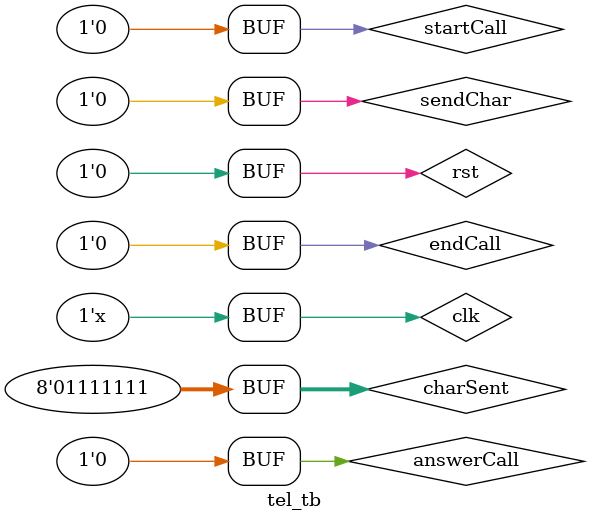
<source format=v>
`timescale 1ns / 1ps

/*
module telephone(

    );
    reg clk;
    reg rst;
    reg startCall;
    reg answerCall;
    reg endCall;
    reg sendChar;
    reg [7:0] charSent;
    
    wire [63:0] statusMsg;
    wire [63:0] sentMsg;
    
    main UUT(
    .clk(clk),
    .rst(rst),
    .startCall(startCall),
    .answerCall(answerCall),
    .endCall(endCall),
    .sendChar(sendChar),
    .charSent(charSent),
    .statusMsg(statusMsg),
    .sentMsg(sentMsg)
    
    );
    
    initial begin
       clk = 0;
       forever #5 clk = ~clk;
     
    end
    
    initial begin
    
   
    rst = 0;
    startCall = 0;
    answerCall = 0;
    endCall = 0;
    sendChar = 0;
    charSent = "";
    
    rst = 1;
    #10;
    rst = 0;
    #10;
    
    startCall = 1;
    #10;
    startCall = 0;
    #250;
    
    startCall = 1;
    #10;
    startCall = 0;
    #80;
    
    endCall = 1;
    #10;
    endCall = 0;
    #150;
    
    startCall = 1;
    #10;
    startCall = 0;
    #80;
    
    answerCall = 1;
    #10;
    answerCall = 0;
    #50;
    
    charSent = "C";
    
    sendChar = 1;
    #10;
    sendChar = 0;
    
    charSent = "S";
    
    sendChar = 1;
    #10;
    sendChar = 0;
    
    charSent = " ";
    
    sendChar = 1;
    #10;
    sendChar = 0;
    
    charSent = "3";
    
    sendChar = 1;
    #10;
    sendChar = 0;
    
    charSent = "0";
    
    sendChar = 1;
    #10;
    sendChar = 0;
    
    charSent = "3";
    
    sendChar = 1;
    #10;
    sendChar = 0;
    
    charSent = 30;
    
    sendChar = 1;
    #10;
    sendChar = 0;
    
    charSent = 127;
    
    sendChar = 1;
    #10;
    sendChar = 0;
    
    
    
    end
    
endmodule
*/

module tel_tb();

reg clk;
reg rst;
reg startCall, answerCall;
reg endCall;
reg sendChar;
reg [7:0] charSent;
wire [63:0] statusMsg;
wire [63:0] sentMsg;

tel uut(clk, rst, startCall, answerCall, endCall, sendChar, charSent, statusMsg, sentMsg);

// 100 MHz clock
always #5 clk = ~clk; 

initial begin
	// initialize every input to 0
	clk = 0;
	rst = 0;
	startCall = 0;
	answerCall = 0;
	endCall = 0;
	sendChar = 0;
	charSent = " ";
	
	// Xilinx global reset time
	#100; 
	
	// reset your circuit
	rst=1; #20; rst=0; #20; rst=0;              // reset
	
	startCall=1; #10; startCall=0; #10;         // caller starts call
	#100;                                       // statusMsg displaying "RINGING " 
	                                            // no answer for 10 clock cycles (and go back to BUSY)
	#100;                                       
	                                            // 10 clock cycles (and go back to IDLE)
	#20;	
	
	startCall=1; #10; startCall=0; #10;         // caller starts call
	#20;                                        // statusMsg displaying "RINGING " 
	endCall=1; #10; endCall=0; #10;             // callee rejects the call
	#100;                                       // statusMsg displaying 'REJECTED' for 10 clock cycles
	#20;
	
	startCall=1; #10; startCall=0;              // caller starts call
	#20;                                        // statusMsg displaying "RINGING " 
	answerCall=1; #10; answerCall=0;            // callee answer call
	#20;                                        // statusMsg displaying "CALL  " 
	
	sendChar=1; charSent="T"; #10; sendChar=0; #10; // caller sends "T", sentMsg displaying "       T", cost is 2 
	sendChar=1; charSent="E"; #10; sendChar=0; #10; // caller sends "E", sentMsg displaying "      TE", cost is 4 
	sendChar=1; charSent="R"; #10; sendChar=0; #10; // caller sends "R", sentMsg displaying "     TER", cost is 6 
	sendChar=1; charSent="M"; #10; sendChar=0; #10; // caller sends "M", sentMsg displaying "    TERM", cost is 8 
	sendChar=1; charSent=" "; #10; sendChar=0; #10; // caller sends " ", sentMsg displaying "   TERM ", cost is 10
	sendChar=1; charSent= 12; #10; sendChar=0; #10; // caller sends (invalid char), no change on sentMsg and cost
	sendChar=1; charSent="P"; #10; sendChar=0; #10; // caller sends "P", sentMsg displaying "  TERM P", cost is 12
	#10;
	#10;
	sendChar=1; charSent="R"; #10; sendChar=0; #10; // caller sends "R", sentMsg displaying " TERM PR", cost is 14
	sendChar=1; charSent="O"; #10; sendChar=0; #10; // caller sends "O", sentMsg displaying "TERM PR0", cost is 16
	sendChar=1; charSent="J"; #10; sendChar=0; #10; // caller sends "J", sentMsg displaying "ERM PR0J", cost is 18
	sendChar=1; charSent="E"; #10; sendChar=0; #10; // caller sends "E", sentMsg displaying "RM PR0JE", cost is 20
	sendChar=1; charSent="C"; #10; sendChar=0; #10; // caller sends "C", sentMsg displaying "M PR0JEC", cost is 22
	sendChar=1; charSent="T"; #10; sendChar=0; #10; // caller sends "T", sentMsg displaying " PROJECT", cost is 24
	#10;
	#10;
	sendChar=1; charSent=127; #10; sendChar=0; #10; // caller sends DEL to end the call, cost is 26
	#50;                                            // statusMsg displaying "COST  " 
	#10;
		                                            // statusMsg displaying "COST    ", sentMsg displaying "0000001A"
end

endmodule

</source>
